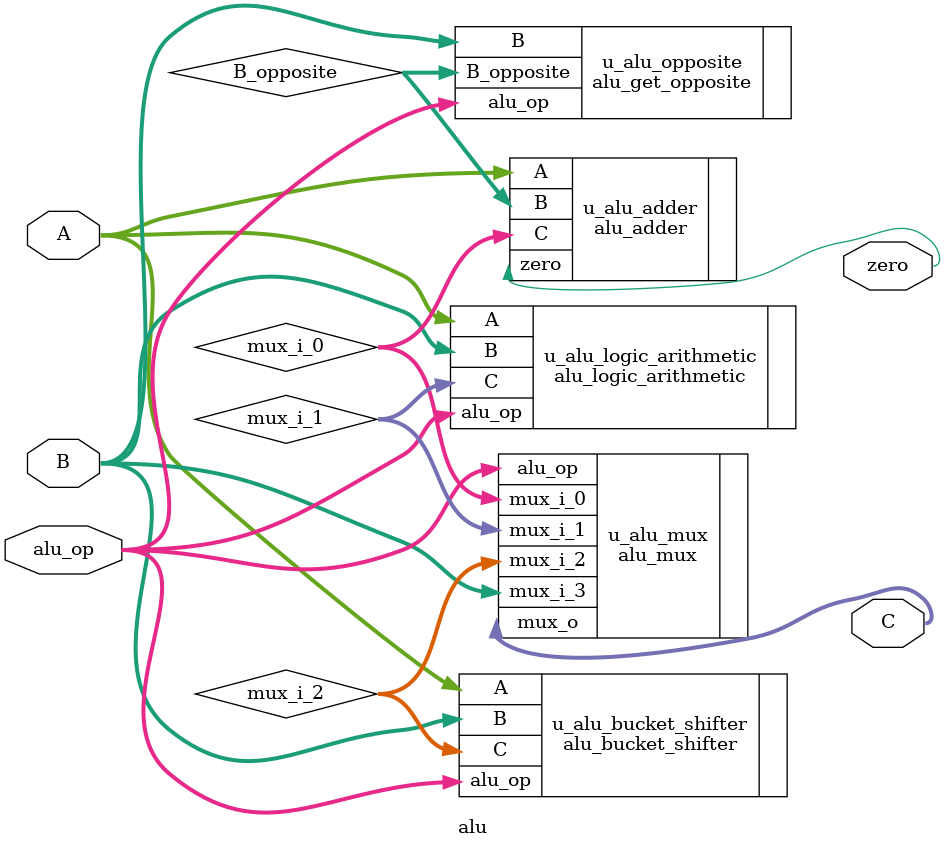
<source format=v>


module alu(
    input   [31:0]  A,
    input   [31:0]  B,
    input   [3:0]   alu_op,
    output  zero,
    output  [31:0]  C
    );
    
wire    [31:0]  B_opposite;
wire    [31:0]  mux_i_0;
wire    [31:0]  mux_i_1;
wire    [31:0]  mux_i_2;


alu_get_opposite u_alu_opposite(
    .alu_op(alu_op),
    .B(B),
    .B_opposite(B_opposite)
);

alu_adder u_alu_adder(
    .A(A),
    .B(B_opposite),
    .C(mux_i_0),
    .zero(zero)
);

alu_logic_arithmetic u_alu_logic_arithmetic(
    .alu_op(alu_op),
    .A(A),
    .B(B),
    .C(mux_i_1)
);

alu_bucket_shifter u_alu_bucket_shifter(
    .alu_op(alu_op),
    .A(A),
    .B(B),
    .C(mux_i_2)
);

alu_mux u_alu_mux(
    .alu_op(alu_op),
    .mux_i_0(mux_i_0),
    .mux_i_1(mux_i_1),
    .mux_i_2(mux_i_2),
    .mux_i_3(B),
    .mux_o(C)
);
    
endmodule

</source>
